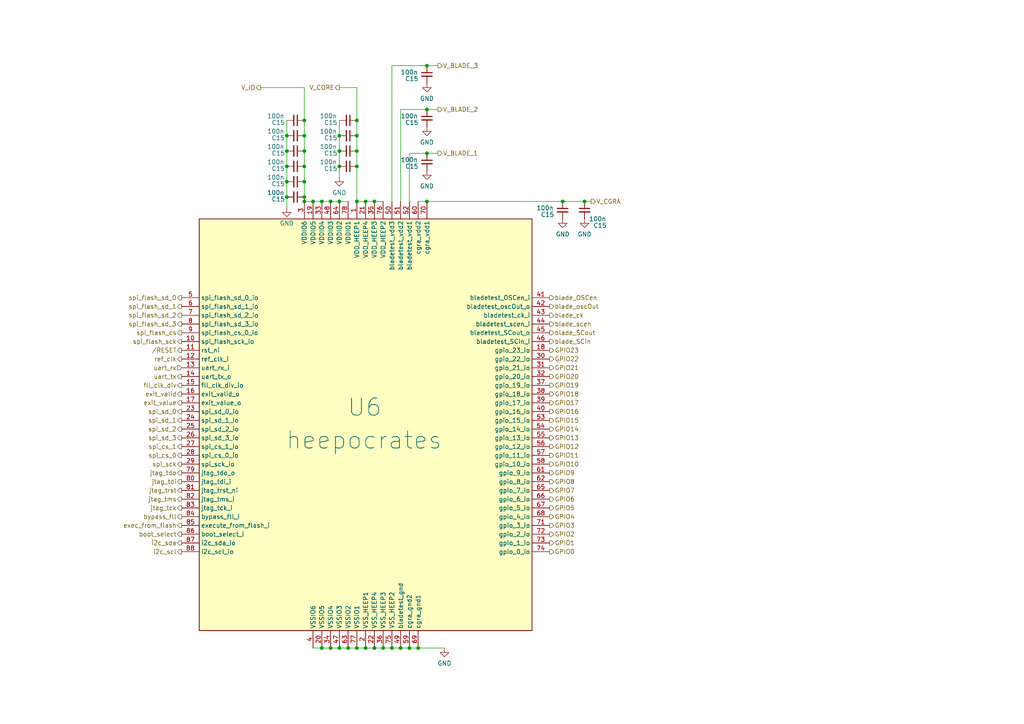
<source format=kicad_sch>
(kicad_sch (version 20230121) (generator eeschema)
  (paper "A4")
  (title_block (title "Heepocrates Testing Board (HTB)") (company "Embedded Systems Laboratory") (comment 1 "Jose Miranda & Christoph Müller 2023"))
  (lib_symbols
    (symbol "Device:C_Small" (pin_numbers hide) (pin_names (offset 0.254) hide)
      (property "Reference" "C" (at 0.254 1.778 0))
      (property "Value" "C_Small" (at 0.254 -2.032 0))
      (symbol "C_Small_0_1"
        (polyline (pts (xy -1.524 -0.508) (xy 1.524 -0.508)) (stroke (width 0.3302)))
        (polyline (pts (xy -1.524 0.508) (xy 1.524 0.508)) (stroke (width 0.3048)))
      )
      (symbol "C_Small_1_1"
        (pin passive line (at 0 2.54 270) (length 2.032) (name "~") (number "1"))
        (pin passive line (at 0 -2.54 90) (length 2.032) (name "~") (number "2"))
      )
    )
    (symbol "Heep:heepocrates"
      (property "Reference" "U" (at 3.81 26.67 0))
      (property "Value" "heepocrates" (at 3.81 24.13 0))
      (symbol "heepocrates_1_1"
        (rectangle (start 5.08 22.86) (end 101.6 -96.52) (stroke (width 0.254)) (fill (type background)))
        (pin power_in line (at 50.8 27.94 270) (length 5.08) (name "VDD_HEEP1") (number "1"))
        (pin bidirectional line (at 0 -12.7 0) (length 5.08) (name "spi_flash_sck_io") (number "10"))
        (pin input line (at 0 -15.24 0) (length 5.08) (name "rst_ni") (number "11"))
        (pin input line (at 0 -17.78 0) (length 5.08) (name "ref_clk_i") (number "12"))
        (pin bidirectional line (at 0 -20.32 0) (length 5.08) (name "uart_rx_i") (number "13"))
        (pin bidirectional line (at 0 -22.86 0) (length 5.08) (name "uart_tx_o") (number "14"))
        (pin bidirectional line (at 0 -25.4 0) (length 5.08) (name "fll_clk_div_io") (number "15"))
        (pin bidirectional line (at 0 -27.94 0) (length 5.08) (name "exit_valid_o") (number "16"))
        (pin bidirectional line (at 0 -30.48 0) (length 5.08) (name "exit_value_o") (number "17"))
        (pin bidirectional line (at 106.68 -15.24 180) (length 5.08) (name "gpio_23_io") (number "18"))
        (pin power_in line (at 38.1 27.94 270) (length 5.08) (name "VDDIO5") (number "19"))
        (pin power_in line (at 53.34 -101.6 90) (length 5.08) (name "VSS_HEEP1") (number "2"))
        (pin power_in line (at 40.64 -101.6 90) (length 5.08) (name "VSSIO5") (number "20"))
        (pin power_in line (at 53.34 27.94 270) (length 5.08) (name "VDD_HEEP4") (number "21"))
        (pin power_in line (at 55.88 -101.6 90) (length 5.08) (name "VSS_HEEP4") (number "22"))
        (pin bidirectional line (at 0 -33.02 0) (length 5.08) (name "spi_sd_0_io") (number "23"))
        (pin bidirectional line (at 0 -35.56 0) (length 5.08) (name "spi_sd_1_io") (number "24"))
        (pin bidirectional line (at 0 -38.1 0) (length 5.08) (name "spi_sd_2_io") (number "25"))
        (pin bidirectional line (at 0 -40.64 0) (length 5.08) (name "spi_sd_3_io") (number "26"))
        (pin bidirectional line (at 0 -43.18 0) (length 5.08) (name "spi_cs_1_io") (number "27"))
        (pin bidirectional line (at 0 -45.72 0) (length 5.08) (name "spi_cs_0_io") (number "28"))
        (pin bidirectional line (at 0 -48.26 0) (length 5.08) (name "spi_sck_io") (number "29"))
        (pin power_in line (at 35.56 27.94 270) (length 5.08) (name "VDDIO6") (number "3"))
        (pin bidirectional line (at 106.68 -17.78 180) (length 5.08) (name "gpio_22_io") (number "30"))
        (pin bidirectional line (at 106.68 -20.32 180) (length 5.08) (name "gpio_21_io") (number "31"))
        (pin bidirectional line (at 106.68 -22.86 180) (length 5.08) (name "gpio_20_io") (number "32"))
        (pin power_in line (at 40.64 27.94 270) (length 5.08) (name "VDDIO4") (number "33"))
        (pin power_in line (at 43.18 -101.6 90) (length 5.08) (name "VSSIO4") (number "34"))
        (pin power_in line (at 55.88 27.94 270) (length 5.08) (name "VDD_HEEP3") (number "35"))
        (pin power_in line (at 58.42 -101.6 90) (length 5.08) (name "VSS_HEEP3") (number "36"))
        (pin bidirectional line (at 106.68 -25.4 180) (length 5.08) (name "gpio_19_io") (number "37"))
        (pin bidirectional line (at 106.68 -27.94 180) (length 5.08) (name "gpio_18_io") (number "38"))
        (pin bidirectional line (at 106.68 -30.48 180) (length 5.08) (name "gpio_17_io") (number "39"))
        (pin power_in line (at 38.1 -101.6 90) (length 5.08) (name "VSSIO6") (number "4"))
        (pin bidirectional line (at 106.68 -33.02 180) (length 5.08) (name "gpio_16_io") (number "40"))
        (pin input line (at 106.68 0 180) (length 5.08) (name "bladetest_OSCen_i") (number "41"))
        (pin output line (at 106.68 -2.54 180) (length 5.08) (name "bladetest_oscOut_o") (number "42"))
        (pin input line (at 106.68 -5.08 180) (length 5.08) (name "bladetest_ck_i") (number "43"))
        (pin input line (at 106.68 -7.62 180) (length 5.08) (name "bladetest_scen_i") (number "44"))
        (pin output line (at 106.68 -10.16 180) (length 5.08) (name "bladetest_SCout_o") (number "45"))
        (pin input line (at 106.68 -12.7 180) (length 5.08) (name "bladetest_SCin_i") (number "46"))
        (pin power_in line (at 45.72 -101.6 90) (length 5.08) (name "VSSIO3") (number "47"))
        (pin power_in line (at 43.18 27.94 270) (length 5.08) (name "VDDIO3") (number "48"))
        (pin power_in line (at 63.5 -101.6 90) (length 5.08) (name "bladetest_gnd") (number "49"))
        (pin bidirectional line (at 0 0 0) (length 5.08) (name "spi_flash_sd_0_io") (number "5"))
        (pin power_in line (at 60.96 27.94 270) (length 5.08) (name "bladetest_vdd3") (number "50"))
        (pin power_in line (at 63.5 27.94 270) (length 5.08) (name "bladetest_vdd2") (number "51"))
        (pin power_in line (at 66.04 27.94 270) (length 5.08) (name "bladetest_vdd1") (number "52"))
        (pin bidirectional line (at 106.68 -35.56 180) (length 5.08) (name "gpio_15_io") (number "53"))
        (pin bidirectional line (at 106.68 -38.1 180) (length 5.08) (name "gpio_14_io") (number "54"))
        (pin bidirectional line (at 106.68 -40.64 180) (length 5.08) (name "gpio_13_io") (number "55"))
        (pin bidirectional line (at 106.68 -43.18 180) (length 5.08) (name "gpio_12_io") (number "56"))
        (pin bidirectional line (at 106.68 -45.72 180) (length 5.08) (name "gpio_11_io") (number "57"))
        (pin bidirectional line (at 106.68 -48.26 180) (length 5.08) (name "gpio_10_io") (number "58"))
        (pin power_in line (at 66.04 -101.6 90) (length 5.08) (name "cgra_gnd2") (number "59"))
        (pin bidirectional line (at 0 -2.54 0) (length 5.08) (name "spi_flash_sd_1_io") (number "6"))
        (pin power_in line (at 68.58 27.94 270) (length 5.08) (name "cgra_vdd2") (number "60"))
        (pin bidirectional line (at 106.68 -50.8 180) (length 5.08) (name "gpio_9_io") (number "61"))
        (pin bidirectional line (at 106.68 -53.34 180) (length 5.08) (name "gpio_8_io") (number "62"))
        (pin power_in line (at 48.26 -101.6 90) (length 5.08) (name "VSSIO2") (number "63"))
        (pin power_in line (at 45.72 27.94 270) (length 5.08) (name "VDDIO2") (number "64"))
        (pin bidirectional line (at 106.68 -55.88 180) (length 5.08) (name "gpio_7_io") (number "65"))
        (pin bidirectional line (at 106.68 -58.42 180) (length 5.08) (name "gpio_6_io") (number "66"))
        (pin bidirectional line (at 106.68 -60.96 180) (length 5.08) (name "gpio_5_io") (number "67"))
        (pin bidirectional line (at 106.68 -63.5 180) (length 5.08) (name "gpio_4_io") (number "68"))
        (pin power_in line (at 68.58 -101.6 90) (length 5.08) (name "cgra_gnd1") (number "69"))
        (pin bidirectional line (at 0 -5.08 0) (length 5.08) (name "spi_flash_sd_2_io") (number "7"))
        (pin power_in line (at 71.12 27.94 270) (length 5.08) (name "cgra_vdd1") (number "70"))
        (pin bidirectional line (at 106.68 -66.04 180) (length 5.08) (name "gpio_3_io") (number "71"))
        (pin bidirectional line (at 106.68 -68.58 180) (length 5.08) (name "gpio_2_io") (number "72"))
        (pin bidirectional line (at 106.68 -71.12 180) (length 5.08) (name "gpio_1_io") (number "73"))
        (pin bidirectional line (at 106.68 -73.66 180) (length 5.08) (name "gpio_0_io") (number "74"))
        (pin power_in line (at 60.96 -101.6 90) (length 5.08) (name "VSS_HEEP2") (number "75"))
        (pin power_in line (at 58.42 27.94 270) (length 5.08) (name "VDD_HEEP2") (number "76"))
        (pin power_in line (at 50.8 -101.6 90) (length 5.08) (name "VSSIO1") (number "77"))
        (pin power_in line (at 48.26 27.94 270) (length 5.08) (name "VDDIO1") (number "78"))
        (pin output line (at 0 -50.8 0) (length 5.08) (name "jtag_tdo_o") (number "79"))
        (pin bidirectional line (at 0 -7.62 0) (length 5.08) (name "spi_flash_sd_3_io") (number "8"))
        (pin input line (at 0 -53.34 0) (length 5.08) (name "jtag_tdi_i") (number "80"))
        (pin input line (at 0 -55.88 0) (length 5.08) (name "jtag_trst_ni") (number "81"))
        (pin input line (at 0 -58.42 0) (length 5.08) (name "jtag_tms_i") (number "82"))
        (pin input line (at 0 -60.96 0) (length 5.08) (name "jtag_tck_i") (number "83"))
        (pin input line (at 0 -63.5 0) (length 5.08) (name "bypass_fll_i") (number "84"))
        (pin input line (at 0 -66.04 0) (length 5.08) (name "execute_from_flash_i") (number "85"))
        (pin input line (at 0 -68.58 0) (length 5.08) (name "boot_select_i") (number "86"))
        (pin bidirectional line (at 0 -71.12 0) (length 5.08) (name "i2c_sda_io") (number "87"))
        (pin bidirectional line (at 0 -73.66 0) (length 5.08) (name "i2c_scl_io") (number "88"))
        (pin bidirectional line (at 0 -10.16 0) (length 5.08) (name "spi_flash_cs_0_io") (number "9"))
      )
    )
    (symbol "power:GND" (power) (pin_names (offset 0))
      (property "Value" "GND" (at 0 -3.81 0))
      (symbol "GND_0_1"
        (polyline (pts (xy 0 0) (xy 0 -1.27) (xy 1.27 -1.27) (xy 0 -2.54) (xy -1.27 -1.27) (xy 0 -1.27)))
      )
      (symbol "GND_1_1"
        (pin power_in line (at 0 0 270) (length 0) hide (name "GND") (number "1"))
      )
    )
  )
  (junction (at 88.265 48.26))
  (junction (at 95.885 187.96))
  (junction (at 88.265 34.925))
  (junction (at 98.425 48.26))
  (junction (at 113.665 187.96))
  (junction (at 83.185 39.37))
  (junction (at 123.825 58.42))
  (junction (at 111.125 187.96))
  (junction (at 93.345 187.96))
  (junction (at 83.185 43.815))
  (junction (at 123.825 19.05))
  (junction (at 83.185 52.705))
  (junction (at 88.265 43.815))
  (junction (at 95.885 58.42))
  (junction (at 93.345 58.42))
  (junction (at 121.285 187.96))
  (junction (at 118.745 187.96))
  (junction (at 98.425 58.42))
  (junction (at 169.545 58.42))
  (junction (at 83.185 57.15))
  (junction (at 98.425 187.96))
  (junction (at 108.585 58.42))
  (junction (at 83.185 48.26))
  (junction (at 88.265 39.37))
  (junction (at 103.505 187.96))
  (junction (at 100.965 187.96))
  (junction (at 106.045 58.42))
  (junction (at 103.505 43.815))
  (junction (at 88.265 52.705))
  (junction (at 103.505 39.37))
  (junction (at 106.045 187.96))
  (junction (at 90.805 58.42))
  (junction (at 108.585 187.96))
  (junction (at 103.505 58.42))
  (junction (at 88.265 57.15))
  (junction (at 88.265 58.42))
  (junction (at 103.505 34.925))
  (junction (at 98.425 39.37))
  (junction (at 103.505 48.26))
  (junction (at 123.825 31.75))
  (junction (at 116.205 187.96))
  (junction (at 123.825 44.45))
  (junction (at 163.195 58.42))
  (junction (at 98.425 43.815))
  (wire (pts (xy 95.885 58.42) (xy 98.425 58.42)))
  (wire (pts (xy 103.505 48.26) (xy 103.505 58.42)))
  (wire (pts (xy 83.185 34.925) (xy 83.185 39.37)))
  (wire (pts (xy 98.425 34.925) (xy 98.425 39.37)))
  (wire (pts (xy 83.185 57.15) (xy 83.185 60.325)))
  (wire (pts (xy 93.345 187.96) (xy 95.885 187.96)))
  (wire (pts (xy 83.185 43.815) (xy 83.185 48.26)))
  (wire (pts (xy 123.825 31.75) (xy 116.205 31.75)))
  (wire (pts (xy 83.185 39.37) (xy 83.185 43.815)))
  (wire (pts (xy 88.265 57.15) (xy 88.265 58.42)))
  (wire (pts (xy 116.205 31.75) (xy 116.205 58.42)))
  (wire (pts (xy 118.745 44.45) (xy 118.745 58.42)))
  (wire (pts (xy 88.265 48.26) (xy 88.265 52.705)))
  (wire (pts (xy 121.285 187.96) (xy 128.905 187.96)))
  (wire (pts (xy 98.425 25.4) (xy 103.505 25.4)))
  (wire (pts (xy 127 44.45) (xy 123.825 44.45)))
  (wire (pts (xy 88.265 39.37) (xy 88.265 43.815)))
  (wire (pts (xy 103.505 25.4) (xy 103.505 34.925)))
  (wire (pts (xy 169.545 58.42) (xy 171.45 58.42)))
  (wire (pts (xy 88.265 52.705) (xy 88.265 57.15)))
  (wire (pts (xy 88.265 34.925) (xy 88.265 39.37)))
  (wire (pts (xy 103.505 39.37) (xy 103.505 43.815)))
  (wire (pts (xy 123.825 58.42) (xy 163.195 58.42)))
  (wire (pts (xy 127 31.75) (xy 123.825 31.75)))
  (wire (pts (xy 98.425 43.815) (xy 98.425 48.26)))
  (wire (pts (xy 88.265 43.815) (xy 88.265 48.26)))
  (wire (pts (xy 93.345 58.42) (xy 95.885 58.42)))
  (wire (pts (xy 90.805 187.96) (xy 93.345 187.96)))
  (wire (pts (xy 90.805 58.42) (xy 93.345 58.42)))
  (wire (pts (xy 111.125 187.96) (xy 113.665 187.96)))
  (wire (pts (xy 116.205 187.96) (xy 118.745 187.96)))
  (wire (pts (xy 118.745 187.96) (xy 121.285 187.96)))
  (wire (pts (xy 127 19.05) (xy 123.825 19.05)))
  (wire (pts (xy 103.505 58.42) (xy 106.045 58.42)))
  (wire (pts (xy 98.425 48.26) (xy 98.425 51.435)))
  (wire (pts (xy 108.585 187.96) (xy 111.125 187.96)))
  (wire (pts (xy 98.425 187.96) (xy 100.965 187.96)))
  (wire (pts (xy 106.045 187.96) (xy 108.585 187.96)))
  (wire (pts (xy 163.195 58.42) (xy 169.545 58.42)))
  (wire (pts (xy 113.665 19.05) (xy 113.665 58.42)))
  (wire (pts (xy 103.505 34.925) (xy 103.505 39.37)))
  (wire (pts (xy 98.425 58.42) (xy 100.965 58.42)))
  (wire (pts (xy 103.505 187.96) (xy 106.045 187.96)))
  (wire (pts (xy 83.185 48.26) (xy 83.185 52.705)))
  (wire (pts (xy 123.825 44.45) (xy 118.745 44.45)))
  (wire (pts (xy 106.045 58.42) (xy 108.585 58.42)))
  (wire (pts (xy 113.665 187.96) (xy 116.205 187.96)))
  (wire (pts (xy 108.585 58.42) (xy 111.125 58.42)))
  (wire (pts (xy 75.565 25.4) (xy 88.265 25.4)))
  (wire (pts (xy 123.825 19.05) (xy 113.665 19.05)))
  (wire (pts (xy 98.425 39.37) (xy 98.425 43.815)))
  (wire (pts (xy 123.825 58.42) (xy 121.285 58.42)))
  (wire (pts (xy 103.505 43.815) (xy 103.505 48.26)))
  (wire (pts (xy 100.965 187.96) (xy 103.505 187.96)))
  (wire (pts (xy 88.265 25.4) (xy 88.265 34.925)))
  (wire (pts (xy 95.885 187.96) (xy 98.425 187.96)))
  (wire (pts (xy 88.265 58.42) (xy 90.805 58.42)))
  (wire (pts (xy 83.185 52.705) (xy 83.185 57.15)))
  (hierarchical_label "V_BLADE_1" (shape output) (at 127 44.45 0))
  (hierarchical_label "V_BLADE_2" (shape output) (at 127 31.75 0))
  (hierarchical_label "jtag_trst" (shape output) (at 52.705 142.24 180))
  (hierarchical_label "jtag_tdo" (shape output) (at 52.705 137.16 180))
  (hierarchical_label "GPIO0" (shape output) (at 159.385 160.02 0))
  (hierarchical_label "GPIO12" (shape output) (at 159.385 129.54 0))
  (hierarchical_label "blade_ck" (shape output) (at 159.385 91.44 0))
  (hierarchical_label "GPIO20" (shape output) (at 159.385 109.22 0))
  (hierarchical_label "spi_sd_3" (shape output) (at 52.705 127 180))
  (hierarchical_label "spi_cs_1" (shape output) (at 52.705 129.54 180))
  (hierarchical_label "V_CGRA" (shape output) (at 171.45 58.42 0))
  (hierarchical_label "GPIO17" (shape output) (at 159.385 116.84 0))
  (hierarchical_label "spi_sd_1" (shape output) (at 52.705 121.92 180))
  (hierarchical_label "GPIO8" (shape output) (at 159.385 139.7 0))
  (hierarchical_label "spi_sd_2" (shape output) (at 52.705 124.46 180))
  (hierarchical_label "blade_SCout" (shape output) (at 159.385 96.52 0))
  (hierarchical_label "boot_select" (shape output) (at 52.705 154.94 180))
  (hierarchical_label "GPIO10" (shape output) (at 159.385 134.62 0))
  (hierarchical_label "V_IO" (shape output) (at 75.565 25.4 180))
  (hierarchical_label "blade_OSCen" (shape output) (at 159.385 86.36 0))
  (hierarchical_label "GPIO2" (shape output) (at 159.385 154.94 0))
  (hierarchical_label "GPIO1" (shape output) (at 159.385 157.48 0))
  (hierarchical_label "GPIO16" (shape output) (at 159.385 119.38 0))
  (hierarchical_label "exec_from_flash" (shape output) (at 52.705 152.4 180))
  (hierarchical_label "GPIO15" (shape output) (at 159.385 121.92 0))
  (hierarchical_label "GPIO13" (shape output) (at 159.385 127 0))
  (hierarchical_label "GPIO7" (shape output) (at 159.385 142.24 0))
  (hierarchical_label "GPIO4" (shape output) (at 159.385 149.86 0))
  (hierarchical_label "spi_sd_0" (shape output) (at 52.705 119.38 180))
  (hierarchical_label "spi_flash_sd_3" (shape output) (at 52.705 93.98 180))
  (hierarchical_label "blade_SCin" (shape output) (at 159.385 99.06 0))
  (hierarchical_label "spi_flash_sd_0" (shape output) (at 52.705 86.36 180))
  (hierarchical_label "GPIO5" (shape output) (at 159.385 147.32 0))
  (hierarchical_label "jtag_tms" (shape output) (at 52.705 144.78 180))
  (hierarchical_label "blade_scen" (shape output) (at 159.385 93.98 0))
  (hierarchical_label "jtag_tdi" (shape output) (at 52.705 139.7 180))
  (hierarchical_label "exit_value" (shape output) (at 52.705 116.84 180))
  (hierarchical_label "i2c_sda" (shape output) (at 52.705 157.48 180))
  (hierarchical_label "GPIO19" (shape output) (at 159.385 111.76 0))
  (hierarchical_label "V_BLADE_3" (shape output) (at 127 19.05 0))
  (hierarchical_label "V_CORE" (shape output) (at 98.425 25.4 180))
  (hierarchical_label "GPIO3" (shape output) (at 159.385 152.4 0))
  (hierarchical_label "GPIO22" (shape output) (at 159.385 104.14 0))
  (hierarchical_label "GPIO18" (shape output) (at 159.385 114.3 0))
  (hierarchical_label "blade_oscOut" (shape output) (at 159.385 88.9 0))
  (hierarchical_label "GPIO21" (shape output) (at 159.385 106.68 0))
  (hierarchical_label "spi_flash_sck" (shape output) (at 52.705 99.06 180))
  (hierarchical_label "bypass_fll" (shape output) (at 52.705 149.86 180))
  (hierarchical_label "spi_flash_sd_2" (shape output) (at 52.705 91.44 180))
  (hierarchical_label "GPIO11" (shape output) (at 159.385 132.08 0))
  (hierarchical_label "GPIO6" (shape output) (at 159.385 144.78 0))
  (hierarchical_label "GPIO23" (shape output) (at 159.385 101.6 0))
  (hierarchical_label "spi_flash_cs" (shape output) (at 52.705 96.52 180))
  (hierarchical_label "{slash}RESET" (shape output) (at 52.705 101.6 180))
  (hierarchical_label "spi_cs_0" (shape output) (at 52.705 132.08 180))
  (hierarchical_label "jtag_tck" (shape output) (at 52.705 147.32 180))
  (hierarchical_label "uart_rx" (shape input) (at 52.705 106.68 180))
  (hierarchical_label "ref_clk" (shape output) (at 52.705 104.14 180))
  (hierarchical_label "GPIO9" (shape output) (at 159.385 137.16 0))
  (hierarchical_label "spi_flash_sd_1" (shape output) (at 52.705 88.9 180))
  (hierarchical_label "i2c_scl" (shape output) (at 52.705 160.02 180))
  (hierarchical_label "uart_tx" (shape output) (at 52.705 109.22 180))
  (hierarchical_label "fll_clk_div" (shape output) (at 52.705 111.76 180))
  (hierarchical_label "GPIO14" (shape output) (at 159.385 124.46 0))
  (hierarchical_label "exit_valid" (shape output) (at 52.705 114.3 180))
  (hierarchical_label "spi_sck" (shape output) (at 52.705 134.62 180))
  (symbol (lib_id "Device:C_Small") (at 123.825 21.59 0) (unit 1)
    (property "Reference" "C15" (at 117.475 22.86 0) (effects (justify left)))
    (property "Value" "100n" (at 116.205 20.955 0) (effects (justify left)))
    (property "Footprint" "Capacitor_SMD:C_0603_1608Metric" (effects hide))
    (property "Digikey Part Number" "399-9158-1-ND" (effects hide))
    (property "Mouser Part Number" "80-C0805C104Z3V" (effects hide))
    (property "LCSC" "C30926" (effects hide))
    (instances (project "HTB" (path "" (reference "C15") (unit 1)) (path "" (reference "C76") (unit 1))))
  )
  (symbol (lib_id "Device:C_Small") (at 85.725 39.37 270) (unit 1)
    (property "Reference" "C15" (at 78.74 40.005 90) (effects (justify left)))
    (property "Value" "100n" (at 77.47 38.1 90) (effects (justify left)))
    (property "Footprint" "Capacitor_SMD:C_0603_1608Metric" (effects hide))
    (property "Digikey Part Number" "399-9158-1-ND" (effects hide))
    (property "Mouser Part Number" "80-C0805C104Z3V" (effects hide))
    (property "LCSC" "C30926" (effects hide))
    (instances (project "HTB" (path "" (reference "C15") (unit 1)) (path "" (reference "C70") (unit 1))))
  )
  (symbol (lib_id "Device:C_Small") (at 123.825 34.29 0) (unit 1)
    (property "Reference" "C15" (at 117.475 35.56 0) (effects (justify left)))
    (property "Value" "100n" (at 116.205 33.655 0) (effects (justify left)))
    (property "Footprint" "Capacitor_SMD:C_0603_1608Metric" (effects hide))
    (property "Digikey Part Number" "399-9158-1-ND" (effects hide))
    (property "Mouser Part Number" "80-C0805C104Z3V" (effects hide))
    (property "LCSC" "C30926" (effects hide))
    (instances (project "HTB" (path "" (reference "C15") (unit 1)) (path "" (reference "C77") (unit 1))))
  )
  (symbol (lib_id "Device:C_Small") (at 100.965 48.26 270) (unit 1)
    (property "Reference" "C15" (at 93.98 48.895 90) (effects (justify left)))
    (property "Value" "100n" (at 92.71 46.99 90) (effects (justify left)))
    (property "Footprint" "Capacitor_SMD:C_0603_1608Metric" (effects hide))
    (property "Digikey Part Number" "399-9158-1-ND" (effects hide))
    (property "Mouser Part Number" "80-C0805C104Z3V" (effects hide))
    (property "LCSC" "C30926" (effects hide))
    (instances (project "HTB" (path "" (reference "C15") (unit 1)) (path "" (reference "C75") (unit 1))))
  )
  (symbol (lib_id "Device:C_Small") (at 100.965 39.37 270) (unit 1)
    (property "Reference" "C15" (at 93.98 40.005 90) (effects (justify left)))
    (property "Value" "100n" (at 92.71 38.1 90) (effects (justify left)))
    (property "Footprint" "Capacitor_SMD:C_0603_1608Metric" (effects hide))
    (property "Digikey Part Number" "399-9158-1-ND" (effects hide))
    (property "Mouser Part Number" "80-C0805C104Z3V" (effects hide))
    (property "LCSC" "C30926" (effects hide))
    (instances (project "HTB" (path "" (reference "C15") (unit 1)) (path "" (reference "C73") (unit 1))))
  )
  (symbol (lib_id "power:GND") (at 83.185 60.325 0) (unit 1)
    (property "Reference" "#PWR0164" (effects hide))
    (property "Value" "GND" (at 83.185 64.77 0))
  )
  (symbol (lib_id "Device:C_Small") (at 85.725 48.26 270) (unit 1)
    (property "Reference" "C15" (at 78.74 48.895 90) (effects (justify left)))
    (property "Value" "100n" (at 77.47 46.99 90) (effects (justify left)))
    (property "Footprint" "Capacitor_SMD:C_0603_1608Metric" (effects hide))
    (property "Digikey Part Number" "399-9158-1-ND" (effects hide))
    (property "Mouser Part Number" "80-C0805C104Z3V" (effects hide))
    (property "LCSC" "C30926" (effects hide))
    (instances (project "HTB" (path "" (reference "C15") (unit 1)) (path "" (reference "C68") (unit 1))))
  )
  (symbol (lib_id "Device:C_Small") (at 169.545 60.96 0) (unit 1)
    (property "Reference" "C15" (at 172.085 65.405 0) (effects (justify left)))
    (property "Value" "100n" (at 170.815 63.5 0) (effects (justify left)))
    (property "Footprint" "Capacitor_SMD:C_0603_1608Metric" (effects hide))
    (property "Digikey Part Number" "399-9158-1-ND" (effects hide))
    (property "Mouser Part Number" "80-C0805C104Z3V" (effects hide))
    (property "LCSC" "C30926" (effects hide))
    (instances (project "HTB" (path "" (reference "C15") (unit 1)) (path "" (reference "C80") (unit 1))))
  )
  (symbol (lib_id "Device:C_Small") (at 85.725 57.15 270) (unit 1)
    (property "Reference" "C15" (at 78.74 57.785 90) (effects (justify left)))
    (property "Value" "100n" (at 77.47 55.88 90) (effects (justify left)))
    (property "Footprint" "Capacitor_SMD:C_0603_1608Metric" (effects hide))
    (property "Digikey Part Number" "399-9158-1-ND" (effects hide))
    (property "Mouser Part Number" "80-C0805C104Z3V" (effects hide))
    (property "LCSC" "C30926" (effects hide))
    (instances (project "HTB" (path "" (reference "C15") (unit 1)) (path "" (reference "C14") (unit 1))))
  )
  (symbol (lib_id "Device:C_Small") (at 85.725 43.815 270) (unit 1)
    (property "Reference" "C15" (at 78.74 44.45 90) (effects (justify left)))
    (property "Value" "100n" (at 77.47 42.545 90) (effects (justify left)))
    (property "Footprint" "Capacitor_SMD:C_0603_1608Metric" (effects hide))
    (property "Digikey Part Number" "399-9158-1-ND" (effects hide))
    (property "Mouser Part Number" "80-C0805C104Z3V" (effects hide))
    (property "LCSC" "C30926" (effects hide))
    (instances (project "HTB" (path "" (reference "C15") (unit 1)) (path "" (reference "C69") (unit 1))))
  )
  (symbol (lib_id "Device:C_Small") (at 100.965 34.925 270) (unit 1)
    (property "Reference" "C15" (at 93.98 35.56 90) (effects (justify left)))
    (property "Value" "100n" (at 92.71 33.655 90) (effects (justify left)))
    (property "Footprint" "Capacitor_SMD:C_0603_1608Metric" (effects hide))
    (property "Digikey Part Number" "399-9158-1-ND" (effects hide))
    (property "Mouser Part Number" "80-C0805C104Z3V" (effects hide))
    (property "LCSC" "C30926" (effects hide))
    (instances (project "HTB" (path "" (reference "C15") (unit 1)) (path "" (reference "C72") (unit 1))))
  )
  (symbol (lib_id "power:GND") (at 163.195 63.5 0) (unit 1)
    (property "Reference" "#PWR0194" (effects hide))
    (property "Value" "GND" (at 163.195 67.945 0))
  )
  (symbol (lib_id "Device:C_Small") (at 85.725 52.705 270) (unit 1)
    (property "Reference" "C15" (at 78.74 53.34 90) (effects (justify left)))
    (property "Value" "100n" (at 77.47 51.435 90) (effects (justify left)))
    (property "Footprint" "Capacitor_SMD:C_0603_1608Metric" (effects hide))
    (property "Digikey Part Number" "399-9158-1-ND" (effects hide))
    (property "Mouser Part Number" "80-C0805C104Z3V" (effects hide))
    (property "LCSC" "C30926" (effects hide))
    (instances (project "HTB" (path "" (reference "C15") (unit 1)) (path "" (reference "C67") (unit 1))))
  )
  (symbol (lib_id "Device:C_Small") (at 85.725 34.925 270) (unit 1)
    (property "Reference" "C15" (at 78.74 35.56 90) (effects (justify left)))
    (property "Value" "100n" (at 77.47 33.655 90) (effects (justify left)))
    (property "Footprint" "Capacitor_SMD:C_0603_1608Metric" (effects hide))
    (property "Digikey Part Number" "399-9158-1-ND" (effects hide))
    (property "Mouser Part Number" "80-C0805C104Z3V" (effects hide))
    (property "LCSC" "C30926" (effects hide))
    (instances (project "HTB" (path "" (reference "C15") (unit 1)) (path "" (reference "C71") (unit 1))))
  )
  (symbol (lib_id "Device:C_Small") (at 123.825 46.99 0) (unit 1)
    (property "Reference" "C15" (at 117.475 48.26 0) (effects (justify left)))
    (property "Value" "100n" (at 116.205 46.355 0) (effects (justify left)))
    (property "Footprint" "Capacitor_SMD:C_0603_1608Metric" (effects hide))
    (property "Digikey Part Number" "399-9158-1-ND" (effects hide))
    (property "Mouser Part Number" "80-C0805C104Z3V" (effects hide))
    (property "LCSC" "C30926" (effects hide))
    (instances (project "HTB" (path "" (reference "C15") (unit 1)) (path "" (reference "C78") (unit 1))))
  )
  (symbol (lib_id "Heep:heepocrates") (at 52.705 86.36 0) (unit 1)
    (property "Reference" "U6" (at 100.33 118.11 0) (effects (font (size 5 5)) (justify left)))
    (property "Value" "heepocrates" (at 82.55 127.635 0) (effects (font (size 5 5)) (justify left)))
    (property "Footprint" "ZIFSOCKET-3M-QFN88:CONN_288-4205-01_3MM" (effects hide))
  )
  (symbol (lib_id "Device:C_Small") (at 163.195 60.96 0) (unit 1)
    (property "Reference" "C15" (at 156.845 62.23 0) (effects (justify left)))
    (property "Value" "100n" (at 155.575 60.325 0) (effects (justify left)))
    (property "Footprint" "Capacitor_SMD:C_0603_1608Metric" (effects hide))
    (property "Digikey Part Number" "399-9158-1-ND" (effects hide))
    (property "Mouser Part Number" "80-C0805C104Z3V" (effects hide))
    (property "LCSC" "C30926" (effects hide))
    (instances (project "HTB" (path "" (reference "C15") (unit 1)) (path "" (reference "C79") (unit 1))))
  )
  (symbol (lib_id "power:GND") (at 123.825 49.53 0) (unit 1)
    (property "Reference" "#PWR0193" (effects hide))
    (property "Value" "GND" (at 123.825 53.975 0))
  )
  (symbol (lib_id "power:GND") (at 98.425 51.435 0) (unit 1)
    (property "Reference" "#PWR0190" (effects hide))
    (property "Value" "GND" (at 98.425 55.88 0))
  )
  (symbol (lib_id "Device:C_Small") (at 100.965 43.815 270) (unit 1)
    (property "Reference" "C15" (at 93.98 44.45 90) (effects (justify left)))
    (property "Value" "100n" (at 92.71 42.545 90) (effects (justify left)))
    (property "Footprint" "Capacitor_SMD:C_0603_1608Metric" (effects hide))
    (property "Digikey Part Number" "399-9158-1-ND" (effects hide))
    (property "Mouser Part Number" "80-C0805C104Z3V" (effects hide))
    (property "LCSC" "C30926" (effects hide))
    (instances (project "HTB" (path "" (reference "C15") (unit 1)) (path "" (reference "C74") (unit 1))))
  )
  (symbol (lib_id "power:GND") (at 123.825 36.83 0) (unit 1)
    (property "Reference" "#PWR0192" (effects hide))
    (property "Value" "GND" (at 123.825 41.275 0))
  )
  (symbol (lib_id "power:GND") (at 123.825 24.13 0) (unit 1)
    (property "Reference" "#PWR0191" (effects hide))
    (property "Value" "GND" (at 123.825 28.575 0))
  )
  (symbol (lib_id "power:GND") (at 128.905 187.96 0) (unit 1)
    (property "Reference" "#PWR019" (effects hide))
    (property "Value" "GND" (at 128.905 192.405 0))
  )
  (symbol (lib_id "power:GND") (at 169.545 63.5 0) (unit 1)
    (property "Reference" "#PWR0195" (effects hide))
    (property "Value" "GND" (at 169.545 67.945 0))
  )
)
</source>
